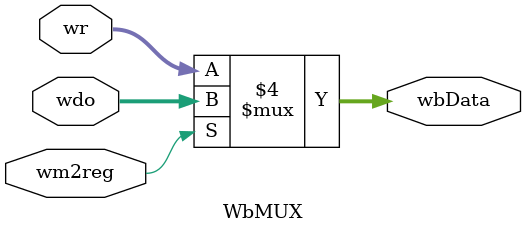
<source format=v>
`timescale 1ns / 1ps


module WbMUX(
    input [31:0] wr, // input wr, 32 bits
    input [31:0] wdo, // input wdo, 32 bits
    input wm2reg, // input wm2reg, 1 bit
    
    output reg [31:0] wbData // output wbData, 32 bits
);
    always @(*)
    begin
        if (wm2reg == 1'b0) // if wm2reg = 0, then use wr for output
            wbData <= wr;
        else                    // if wm2reg = 1, then use wdo for output
            wbData <= wdo;
    end
    
endmodule

</source>
